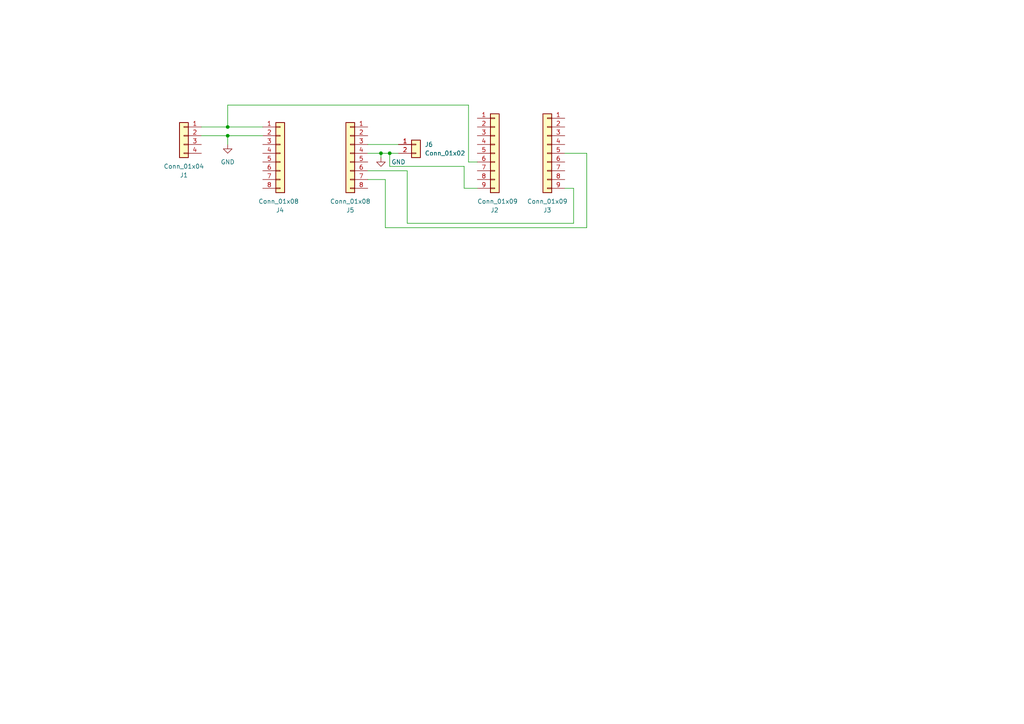
<source format=kicad_sch>
(kicad_sch (version 20230121) (generator eeschema)
  (paper "A4")
  (lib_symbols
    (symbol "Connector_Generic:Conn_01x02" (pin_names (offset 1.016) hide)
      (property "Reference" "J" (at 0 2.54 0))
      (property "Value" "Conn_01x02" (at 0 -5.08 0))
      (symbol "Conn_01x02_1_1"
        (rectangle (start -1.27 -2.413) (end 0 -2.667) (stroke (width 0.1524)))
        (rectangle (start -1.27 0.127) (end 0 -0.127) (stroke (width 0.1524)))
        (rectangle (start -1.27 1.27) (end 1.27 -3.81) (stroke (width 0.254)) (fill (type background)))
        (pin passive line (at -5.08 0 0) (length 3.81) (name "Pin_1") (number "1"))
        (pin passive line (at -5.08 -2.54 0) (length 3.81) (name "Pin_2") (number "2"))
      )
    )
    (symbol "Connector_Generic:Conn_01x04" (pin_names (offset 1.016) hide)
      (property "Reference" "J" (at 0 5.08 0))
      (property "Value" "Conn_01x04" (at 0 -7.62 0))
      (symbol "Conn_01x04_1_1"
        (rectangle (start -1.27 -4.953) (end 0 -5.207) (stroke (width 0.1524)))
        (rectangle (start -1.27 -2.413) (end 0 -2.667) (stroke (width 0.1524)))
        (rectangle (start -1.27 0.127) (end 0 -0.127) (stroke (width 0.1524)))
        (rectangle (start -1.27 2.667) (end 0 2.413) (stroke (width 0.1524)))
        (rectangle (start -1.27 3.81) (end 1.27 -6.35) (stroke (width 0.254)) (fill (type background)))
        (pin passive line (at -5.08 2.54 0) (length 3.81) (name "Pin_1") (number "1"))
        (pin passive line (at -5.08 0 0) (length 3.81) (name "Pin_2") (number "2"))
        (pin passive line (at -5.08 -2.54 0) (length 3.81) (name "Pin_3") (number "3"))
        (pin passive line (at -5.08 -5.08 0) (length 3.81) (name "Pin_4") (number "4"))
      )
    )
    (symbol "Connector_Generic:Conn_01x08" (pin_names (offset 1.016) hide)
      (property "Reference" "J" (at 0 10.16 0))
      (property "Value" "Conn_01x08" (at 0 -12.7 0))
      (symbol "Conn_01x08_1_1"
        (rectangle (start -1.27 -10.033) (end 0 -10.287) (stroke (width 0.1524)))
        (rectangle (start -1.27 -7.493) (end 0 -7.747) (stroke (width 0.1524)))
        (rectangle (start -1.27 -4.953) (end 0 -5.207) (stroke (width 0.1524)))
        (rectangle (start -1.27 -2.413) (end 0 -2.667) (stroke (width 0.1524)))
        (rectangle (start -1.27 0.127) (end 0 -0.127) (stroke (width 0.1524)))
        (rectangle (start -1.27 2.667) (end 0 2.413) (stroke (width 0.1524)))
        (rectangle (start -1.27 5.207) (end 0 4.953) (stroke (width 0.1524)))
        (rectangle (start -1.27 7.747) (end 0 7.493) (stroke (width 0.1524)))
        (rectangle (start -1.27 8.89) (end 1.27 -11.43) (stroke (width 0.254)) (fill (type background)))
        (pin passive line (at -5.08 7.62 0) (length 3.81) (name "Pin_1") (number "1"))
        (pin passive line (at -5.08 5.08 0) (length 3.81) (name "Pin_2") (number "2"))
        (pin passive line (at -5.08 2.54 0) (length 3.81) (name "Pin_3") (number "3"))
        (pin passive line (at -5.08 0 0) (length 3.81) (name "Pin_4") (number "4"))
        (pin passive line (at -5.08 -2.54 0) (length 3.81) (name "Pin_5") (number "5"))
        (pin passive line (at -5.08 -5.08 0) (length 3.81) (name "Pin_6") (number "6"))
        (pin passive line (at -5.08 -7.62 0) (length 3.81) (name "Pin_7") (number "7"))
        (pin passive line (at -5.08 -10.16 0) (length 3.81) (name "Pin_8") (number "8"))
      )
    )
    (symbol "Connector_Generic:Conn_01x09" (pin_names (offset 1.016) hide)
      (property "Reference" "J" (at 0 12.7 0))
      (property "Value" "Conn_01x09" (at 0 -12.7 0))
      (symbol "Conn_01x09_1_1"
        (rectangle (start -1.27 -10.033) (end 0 -10.287) (stroke (width 0.1524)))
        (rectangle (start -1.27 -7.493) (end 0 -7.747) (stroke (width 0.1524)))
        (rectangle (start -1.27 -4.953) (end 0 -5.207) (stroke (width 0.1524)))
        (rectangle (start -1.27 -2.413) (end 0 -2.667) (stroke (width 0.1524)))
        (rectangle (start -1.27 0.127) (end 0 -0.127) (stroke (width 0.1524)))
        (rectangle (start -1.27 2.667) (end 0 2.413) (stroke (width 0.1524)))
        (rectangle (start -1.27 5.207) (end 0 4.953) (stroke (width 0.1524)))
        (rectangle (start -1.27 7.747) (end 0 7.493) (stroke (width 0.1524)))
        (rectangle (start -1.27 10.287) (end 0 10.033) (stroke (width 0.1524)))
        (rectangle (start -1.27 11.43) (end 1.27 -11.43) (stroke (width 0.254)) (fill (type background)))
        (pin passive line (at -5.08 10.16 0) (length 3.81) (name "Pin_1") (number "1"))
        (pin passive line (at -5.08 7.62 0) (length 3.81) (name "Pin_2") (number "2"))
        (pin passive line (at -5.08 5.08 0) (length 3.81) (name "Pin_3") (number "3"))
        (pin passive line (at -5.08 2.54 0) (length 3.81) (name "Pin_4") (number "4"))
        (pin passive line (at -5.08 0 0) (length 3.81) (name "Pin_5") (number "5"))
        (pin passive line (at -5.08 -2.54 0) (length 3.81) (name "Pin_6") (number "6"))
        (pin passive line (at -5.08 -5.08 0) (length 3.81) (name "Pin_7") (number "7"))
        (pin passive line (at -5.08 -7.62 0) (length 3.81) (name "Pin_8") (number "8"))
        (pin passive line (at -5.08 -10.16 0) (length 3.81) (name "Pin_9") (number "9"))
      )
    )
    (symbol "power:GND" (power) (pin_names (offset 0))
      (property "Value" "GND" (at 0 -3.81 0))
      (symbol "GND_0_1"
        (polyline (pts (xy 0 0) (xy 0 -1.27) (xy 1.27 -1.27) (xy 0 -2.54) (xy -1.27 -1.27) (xy 0 -1.27)))
      )
      (symbol "GND_1_1"
        (pin power_in line (at 0 0 270) (length 0) hide (name "GND") (number "1"))
      )
    )
  )
  (junction (at 66.04 36.83))
  (junction (at 113.03 44.45))
  (junction (at 110.49 44.45))
  (junction (at 66.04 39.37))
  (wire (pts (xy 166.37 54.61) (xy 163.83 54.61)))
  (wire (pts (xy 135.89 30.48) (xy 66.04 30.48)))
  (wire (pts (xy 111.76 66.04) (xy 111.76 52.07)))
  (wire (pts (xy 110.49 44.45) (xy 113.03 44.45)))
  (wire (pts (xy 106.68 41.91) (xy 115.57 41.91)))
  (wire (pts (xy 135.89 46.99) (xy 135.89 30.48)))
  (wire (pts (xy 134.62 54.61) (xy 138.43 54.61)))
  (wire (pts (xy 106.68 44.45) (xy 110.49 44.45)))
  (wire (pts (xy 66.04 39.37) (xy 76.2 39.37)))
  (wire (pts (xy 66.04 30.48) (xy 66.04 36.83)))
  (wire (pts (xy 58.42 39.37) (xy 66.04 39.37)))
  (wire (pts (xy 106.68 49.53) (xy 118.11 49.53)))
  (wire (pts (xy 118.11 49.53) (xy 118.11 64.77)))
  (wire (pts (xy 110.49 44.45) (xy 110.49 45.72)))
  (wire (pts (xy 58.42 36.83) (xy 66.04 36.83)))
  (wire (pts (xy 118.11 64.77) (xy 166.37 64.77)))
  (wire (pts (xy 111.76 52.07) (xy 106.68 52.07)))
  (wire (pts (xy 166.37 64.77) (xy 166.37 54.61)))
  (wire (pts (xy 170.18 66.04) (xy 111.76 66.04)))
  (wire (pts (xy 113.03 44.45) (xy 115.57 44.45)))
  (wire (pts (xy 138.43 46.99) (xy 135.89 46.99)))
  (wire (pts (xy 66.04 39.37) (xy 66.04 41.91)))
  (wire (pts (xy 170.18 44.45) (xy 170.18 66.04)))
  (wire (pts (xy 113.03 48.26) (xy 134.62 48.26)))
  (wire (pts (xy 113.03 48.26) (xy 113.03 44.45)))
  (wire (pts (xy 66.04 36.83) (xy 76.2 36.83)))
  (wire (pts (xy 163.83 44.45) (xy 170.18 44.45)))
  (wire (pts (xy 134.62 48.26) (xy 134.62 54.61)))
  (symbol (lib_id "Connector_Generic:Conn_01x09") (at 143.51 44.45 0) (unit 1)
    (property "Reference" "J2" (at 142.24 60.96 0) (effects (justify left)))
    (property "Value" "Conn_01x09" (at 138.43 58.42 0) (effects (justify left)))
    (property "Footprint" "Connector_PinSocket_2.54mm:PinSocket_1x09_P2.54mm_Vertical" (effects hide))
  )
  (symbol (lib_id "Connector_Generic:Conn_01x09") (at 158.75 44.45 0) (mirror y) (unit 1)
    (property "Reference" "J3" (at 158.75 60.96 0))
    (property "Value" "Conn_01x09" (at 158.75 58.42 0))
    (property "Footprint" "Connector_PinSocket_2.54mm:PinSocket_1x09_P2.54mm_Vertical" (effects hide))
  )
  (symbol (lib_id "Connector_Generic:Conn_01x08") (at 81.28 44.45 0) (unit 1)
    (property "Reference" "J4" (at 80.01 60.96 0) (effects (justify left)))
    (property "Value" "Conn_01x08" (at 74.93 58.42 0) (effects (justify left)))
    (property "Footprint" "Connector_PinSocket_2.54mm:PinSocket_1x08_P2.54mm_Vertical" (effects hide))
  )
  (symbol (lib_id "Connector_Generic:Conn_01x08") (at 101.6 44.45 0) (mirror y) (unit 1)
    (property "Reference" "J5" (at 101.6 60.96 0))
    (property "Value" "Conn_01x08" (at 101.6 58.42 0))
    (property "Footprint" "Connector_PinSocket_2.54mm:PinSocket_1x08_P2.54mm_Vertical" (effects hide))
  )
  (symbol (lib_id "power:GND") (at 110.49 45.72 0) (unit 1)
    (property "Reference" "#PWR02" (effects hide))
    (property "Value" "GND" (at 115.57 46.99 0))
  )
  (symbol (lib_id "power:GND") (at 66.04 41.91 0) (unit 1)
    (property "Reference" "#PWR03" (effects hide))
    (property "Value" "GND" (at 66.04 46.99 0))
  )
  (symbol (lib_id "Connector_Generic:Conn_01x04") (at 53.34 39.37 0) (mirror y) (unit 1)
    (property "Reference" "J1" (at 53.34 50.8 0))
    (property "Value" "Conn_01x04" (at 53.34 48.26 0))
    (property "Footprint" "Connector_Molex:Molex_KK-254_AE-6410-04A_1x04_P2.54mm_Vertical" (effects hide))
  )
  (symbol (lib_id "Connector_Generic:Conn_01x02") (at 120.65 41.91 0) (unit 1)
    (property "Reference" "J6" (at 123.19 41.91 0) (effects (justify left)))
    (property "Value" "Conn_01x02" (at 123.19 44.45 0) (effects (justify left)))
    (property "Footprint" "Connector_PinHeader_2.54mm:PinHeader_1x02_P2.54mm_Vertical" (effects hide))
  )
)
</source>
